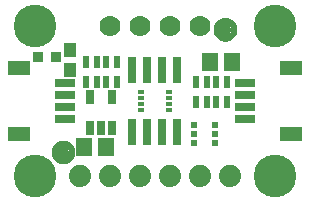
<source format=gbr>
G04 EAGLE Gerber RS-274X export*
G75*
%MOMM*%
%FSLAX34Y34*%
%LPD*%
%INSoldermask Top*%
%IPPOS*%
%AMOC8*
5,1,8,0,0,1.08239X$1,22.5*%
G01*
%ADD10R,1.341600X1.601600*%
%ADD11R,0.651600X1.301600*%
%ADD12R,0.551600X1.001600*%
%ADD13R,0.601600X0.601600*%
%ADD14R,0.601600X0.501600*%
%ADD15C,1.879600*%
%ADD16C,3.617600*%
%ADD17R,1.651600X0.701600*%
%ADD18R,1.901600X1.301600*%
%ADD19C,1.101600*%
%ADD20C,0.500000*%
%ADD21R,0.901600X0.901600*%
%ADD22C,1.778000*%
%ADD23R,0.701600X2.301600*%
%ADD24R,0.601600X0.376600*%
%ADD25R,1.101600X1.176600*%


D10*
X17170Y4445D03*
X36170Y4445D03*
D11*
X22250Y20654D03*
X31750Y20654D03*
X41250Y20654D03*
X41250Y46656D03*
X22250Y46656D03*
D10*
X123850Y76835D03*
X142850Y76835D03*
D12*
X138095Y42935D03*
X138095Y59935D03*
X129095Y42935D03*
X121095Y42935D03*
X112095Y42935D03*
X112095Y59935D03*
X129095Y59935D03*
X121095Y59935D03*
D13*
X128380Y8375D03*
D14*
X128380Y15875D03*
D13*
X128380Y23375D03*
X110380Y23375D03*
D14*
X110380Y15875D03*
D13*
X110380Y8375D03*
D15*
X13970Y-19685D03*
X39370Y-19685D03*
X64770Y-19685D03*
X90170Y-19685D03*
X115570Y-19685D03*
X140970Y-19685D03*
D16*
X-24130Y107315D03*
X179070Y107315D03*
D17*
X153930Y38815D03*
X153930Y48815D03*
X153930Y28815D03*
X153930Y58815D03*
D18*
X192930Y15815D03*
X192930Y71815D03*
D17*
X1010Y48815D03*
X1010Y38815D03*
X1010Y58815D03*
X1010Y28815D03*
D18*
X-37990Y71815D03*
X-37990Y15815D03*
D19*
X0Y0D03*
D20*
X0Y7500D02*
X-181Y7498D01*
X-362Y7491D01*
X-543Y7480D01*
X-724Y7465D01*
X-904Y7445D01*
X-1084Y7421D01*
X-1263Y7393D01*
X-1441Y7360D01*
X-1618Y7323D01*
X-1795Y7282D01*
X-1970Y7237D01*
X-2145Y7187D01*
X-2318Y7133D01*
X-2489Y7075D01*
X-2660Y7013D01*
X-2828Y6946D01*
X-2995Y6876D01*
X-3161Y6802D01*
X-3324Y6723D01*
X-3485Y6641D01*
X-3645Y6555D01*
X-3802Y6465D01*
X-3957Y6371D01*
X-4110Y6274D01*
X-4260Y6172D01*
X-4408Y6068D01*
X-4554Y5959D01*
X-4696Y5848D01*
X-4836Y5732D01*
X-4973Y5614D01*
X-5108Y5492D01*
X-5239Y5367D01*
X-5367Y5239D01*
X-5492Y5108D01*
X-5614Y4973D01*
X-5732Y4836D01*
X-5848Y4696D01*
X-5959Y4554D01*
X-6068Y4408D01*
X-6172Y4260D01*
X-6274Y4110D01*
X-6371Y3957D01*
X-6465Y3802D01*
X-6555Y3645D01*
X-6641Y3485D01*
X-6723Y3324D01*
X-6802Y3161D01*
X-6876Y2995D01*
X-6946Y2828D01*
X-7013Y2660D01*
X-7075Y2489D01*
X-7133Y2318D01*
X-7187Y2145D01*
X-7237Y1970D01*
X-7282Y1795D01*
X-7323Y1618D01*
X-7360Y1441D01*
X-7393Y1263D01*
X-7421Y1084D01*
X-7445Y904D01*
X-7465Y724D01*
X-7480Y543D01*
X-7491Y362D01*
X-7498Y181D01*
X-7500Y0D01*
X0Y7500D02*
X181Y7498D01*
X362Y7491D01*
X543Y7480D01*
X724Y7465D01*
X904Y7445D01*
X1084Y7421D01*
X1263Y7393D01*
X1441Y7360D01*
X1618Y7323D01*
X1795Y7282D01*
X1970Y7237D01*
X2145Y7187D01*
X2318Y7133D01*
X2489Y7075D01*
X2660Y7013D01*
X2828Y6946D01*
X2995Y6876D01*
X3161Y6802D01*
X3324Y6723D01*
X3485Y6641D01*
X3645Y6555D01*
X3802Y6465D01*
X3957Y6371D01*
X4110Y6274D01*
X4260Y6172D01*
X4408Y6068D01*
X4554Y5959D01*
X4696Y5848D01*
X4836Y5732D01*
X4973Y5614D01*
X5108Y5492D01*
X5239Y5367D01*
X5367Y5239D01*
X5492Y5108D01*
X5614Y4973D01*
X5732Y4836D01*
X5848Y4696D01*
X5959Y4554D01*
X6068Y4408D01*
X6172Y4260D01*
X6274Y4110D01*
X6371Y3957D01*
X6465Y3802D01*
X6555Y3645D01*
X6641Y3485D01*
X6723Y3324D01*
X6802Y3161D01*
X6876Y2995D01*
X6946Y2828D01*
X7013Y2660D01*
X7075Y2489D01*
X7133Y2318D01*
X7187Y2145D01*
X7237Y1970D01*
X7282Y1795D01*
X7323Y1618D01*
X7360Y1441D01*
X7393Y1263D01*
X7421Y1084D01*
X7445Y904D01*
X7465Y724D01*
X7480Y543D01*
X7491Y362D01*
X7498Y181D01*
X7500Y0D01*
X7498Y-181D01*
X7491Y-362D01*
X7480Y-543D01*
X7465Y-724D01*
X7445Y-904D01*
X7421Y-1084D01*
X7393Y-1263D01*
X7360Y-1441D01*
X7323Y-1618D01*
X7282Y-1795D01*
X7237Y-1970D01*
X7187Y-2145D01*
X7133Y-2318D01*
X7075Y-2489D01*
X7013Y-2660D01*
X6946Y-2828D01*
X6876Y-2995D01*
X6802Y-3161D01*
X6723Y-3324D01*
X6641Y-3485D01*
X6555Y-3645D01*
X6465Y-3802D01*
X6371Y-3957D01*
X6274Y-4110D01*
X6172Y-4260D01*
X6068Y-4408D01*
X5959Y-4554D01*
X5848Y-4696D01*
X5732Y-4836D01*
X5614Y-4973D01*
X5492Y-5108D01*
X5367Y-5239D01*
X5239Y-5367D01*
X5108Y-5492D01*
X4973Y-5614D01*
X4836Y-5732D01*
X4696Y-5848D01*
X4554Y-5959D01*
X4408Y-6068D01*
X4260Y-6172D01*
X4110Y-6274D01*
X3957Y-6371D01*
X3802Y-6465D01*
X3645Y-6555D01*
X3485Y-6641D01*
X3324Y-6723D01*
X3161Y-6802D01*
X2995Y-6876D01*
X2828Y-6946D01*
X2660Y-7013D01*
X2489Y-7075D01*
X2318Y-7133D01*
X2145Y-7187D01*
X1970Y-7237D01*
X1795Y-7282D01*
X1618Y-7323D01*
X1441Y-7360D01*
X1263Y-7393D01*
X1084Y-7421D01*
X904Y-7445D01*
X724Y-7465D01*
X543Y-7480D01*
X362Y-7491D01*
X181Y-7498D01*
X0Y-7500D01*
X-181Y-7498D01*
X-362Y-7491D01*
X-543Y-7480D01*
X-724Y-7465D01*
X-904Y-7445D01*
X-1084Y-7421D01*
X-1263Y-7393D01*
X-1441Y-7360D01*
X-1618Y-7323D01*
X-1795Y-7282D01*
X-1970Y-7237D01*
X-2145Y-7187D01*
X-2318Y-7133D01*
X-2489Y-7075D01*
X-2660Y-7013D01*
X-2828Y-6946D01*
X-2995Y-6876D01*
X-3161Y-6802D01*
X-3324Y-6723D01*
X-3485Y-6641D01*
X-3645Y-6555D01*
X-3802Y-6465D01*
X-3957Y-6371D01*
X-4110Y-6274D01*
X-4260Y-6172D01*
X-4408Y-6068D01*
X-4554Y-5959D01*
X-4696Y-5848D01*
X-4836Y-5732D01*
X-4973Y-5614D01*
X-5108Y-5492D01*
X-5239Y-5367D01*
X-5367Y-5239D01*
X-5492Y-5108D01*
X-5614Y-4973D01*
X-5732Y-4836D01*
X-5848Y-4696D01*
X-5959Y-4554D01*
X-6068Y-4408D01*
X-6172Y-4260D01*
X-6274Y-4110D01*
X-6371Y-3957D01*
X-6465Y-3802D01*
X-6555Y-3645D01*
X-6641Y-3485D01*
X-6723Y-3324D01*
X-6802Y-3161D01*
X-6876Y-2995D01*
X-6946Y-2828D01*
X-7013Y-2660D01*
X-7075Y-2489D01*
X-7133Y-2318D01*
X-7187Y-2145D01*
X-7237Y-1970D01*
X-7282Y-1795D01*
X-7323Y-1618D01*
X-7360Y-1441D01*
X-7393Y-1263D01*
X-7421Y-1084D01*
X-7445Y-904D01*
X-7465Y-724D01*
X-7480Y-543D01*
X-7491Y-362D01*
X-7498Y-181D01*
X-7500Y0D01*
D19*
X137160Y103886D03*
D20*
X137160Y111386D02*
X136979Y111384D01*
X136798Y111377D01*
X136617Y111366D01*
X136436Y111351D01*
X136256Y111331D01*
X136076Y111307D01*
X135897Y111279D01*
X135719Y111246D01*
X135542Y111209D01*
X135365Y111168D01*
X135190Y111123D01*
X135015Y111073D01*
X134842Y111019D01*
X134671Y110961D01*
X134500Y110899D01*
X134332Y110832D01*
X134165Y110762D01*
X133999Y110688D01*
X133836Y110609D01*
X133675Y110527D01*
X133515Y110441D01*
X133358Y110351D01*
X133203Y110257D01*
X133050Y110160D01*
X132900Y110058D01*
X132752Y109954D01*
X132606Y109845D01*
X132464Y109734D01*
X132324Y109618D01*
X132187Y109500D01*
X132052Y109378D01*
X131921Y109253D01*
X131793Y109125D01*
X131668Y108994D01*
X131546Y108859D01*
X131428Y108722D01*
X131312Y108582D01*
X131201Y108440D01*
X131092Y108294D01*
X130988Y108146D01*
X130886Y107996D01*
X130789Y107843D01*
X130695Y107688D01*
X130605Y107531D01*
X130519Y107371D01*
X130437Y107210D01*
X130358Y107047D01*
X130284Y106881D01*
X130214Y106714D01*
X130147Y106546D01*
X130085Y106375D01*
X130027Y106204D01*
X129973Y106031D01*
X129923Y105856D01*
X129878Y105681D01*
X129837Y105504D01*
X129800Y105327D01*
X129767Y105149D01*
X129739Y104970D01*
X129715Y104790D01*
X129695Y104610D01*
X129680Y104429D01*
X129669Y104248D01*
X129662Y104067D01*
X129660Y103886D01*
X137160Y111386D02*
X137341Y111384D01*
X137522Y111377D01*
X137703Y111366D01*
X137884Y111351D01*
X138064Y111331D01*
X138244Y111307D01*
X138423Y111279D01*
X138601Y111246D01*
X138778Y111209D01*
X138955Y111168D01*
X139130Y111123D01*
X139305Y111073D01*
X139478Y111019D01*
X139649Y110961D01*
X139820Y110899D01*
X139988Y110832D01*
X140155Y110762D01*
X140321Y110688D01*
X140484Y110609D01*
X140645Y110527D01*
X140805Y110441D01*
X140962Y110351D01*
X141117Y110257D01*
X141270Y110160D01*
X141420Y110058D01*
X141568Y109954D01*
X141714Y109845D01*
X141856Y109734D01*
X141996Y109618D01*
X142133Y109500D01*
X142268Y109378D01*
X142399Y109253D01*
X142527Y109125D01*
X142652Y108994D01*
X142774Y108859D01*
X142892Y108722D01*
X143008Y108582D01*
X143119Y108440D01*
X143228Y108294D01*
X143332Y108146D01*
X143434Y107996D01*
X143531Y107843D01*
X143625Y107688D01*
X143715Y107531D01*
X143801Y107371D01*
X143883Y107210D01*
X143962Y107047D01*
X144036Y106881D01*
X144106Y106714D01*
X144173Y106546D01*
X144235Y106375D01*
X144293Y106204D01*
X144347Y106031D01*
X144397Y105856D01*
X144442Y105681D01*
X144483Y105504D01*
X144520Y105327D01*
X144553Y105149D01*
X144581Y104970D01*
X144605Y104790D01*
X144625Y104610D01*
X144640Y104429D01*
X144651Y104248D01*
X144658Y104067D01*
X144660Y103886D01*
X144658Y103705D01*
X144651Y103524D01*
X144640Y103343D01*
X144625Y103162D01*
X144605Y102982D01*
X144581Y102802D01*
X144553Y102623D01*
X144520Y102445D01*
X144483Y102268D01*
X144442Y102091D01*
X144397Y101916D01*
X144347Y101741D01*
X144293Y101568D01*
X144235Y101397D01*
X144173Y101226D01*
X144106Y101058D01*
X144036Y100891D01*
X143962Y100725D01*
X143883Y100562D01*
X143801Y100401D01*
X143715Y100241D01*
X143625Y100084D01*
X143531Y99929D01*
X143434Y99776D01*
X143332Y99626D01*
X143228Y99478D01*
X143119Y99332D01*
X143008Y99190D01*
X142892Y99050D01*
X142774Y98913D01*
X142652Y98778D01*
X142527Y98647D01*
X142399Y98519D01*
X142268Y98394D01*
X142133Y98272D01*
X141996Y98154D01*
X141856Y98038D01*
X141714Y97927D01*
X141568Y97818D01*
X141420Y97714D01*
X141270Y97612D01*
X141117Y97515D01*
X140962Y97421D01*
X140805Y97331D01*
X140645Y97245D01*
X140484Y97163D01*
X140321Y97084D01*
X140155Y97010D01*
X139988Y96940D01*
X139820Y96873D01*
X139649Y96811D01*
X139478Y96753D01*
X139305Y96699D01*
X139130Y96649D01*
X138955Y96604D01*
X138778Y96563D01*
X138601Y96526D01*
X138423Y96493D01*
X138244Y96465D01*
X138064Y96441D01*
X137884Y96421D01*
X137703Y96406D01*
X137522Y96395D01*
X137341Y96388D01*
X137160Y96386D01*
X136979Y96388D01*
X136798Y96395D01*
X136617Y96406D01*
X136436Y96421D01*
X136256Y96441D01*
X136076Y96465D01*
X135897Y96493D01*
X135719Y96526D01*
X135542Y96563D01*
X135365Y96604D01*
X135190Y96649D01*
X135015Y96699D01*
X134842Y96753D01*
X134671Y96811D01*
X134500Y96873D01*
X134332Y96940D01*
X134165Y97010D01*
X133999Y97084D01*
X133836Y97163D01*
X133675Y97245D01*
X133515Y97331D01*
X133358Y97421D01*
X133203Y97515D01*
X133050Y97612D01*
X132900Y97714D01*
X132752Y97818D01*
X132606Y97927D01*
X132464Y98038D01*
X132324Y98154D01*
X132187Y98272D01*
X132052Y98394D01*
X131921Y98519D01*
X131793Y98647D01*
X131668Y98778D01*
X131546Y98913D01*
X131428Y99050D01*
X131312Y99190D01*
X131201Y99332D01*
X131092Y99478D01*
X130988Y99626D01*
X130886Y99776D01*
X130789Y99929D01*
X130695Y100084D01*
X130605Y100241D01*
X130519Y100401D01*
X130437Y100562D01*
X130358Y100725D01*
X130284Y100891D01*
X130214Y101058D01*
X130147Y101226D01*
X130085Y101397D01*
X130027Y101568D01*
X129973Y101741D01*
X129923Y101916D01*
X129878Y102091D01*
X129837Y102268D01*
X129800Y102445D01*
X129767Y102623D01*
X129739Y102802D01*
X129715Y102982D01*
X129695Y103162D01*
X129680Y103343D01*
X129669Y103524D01*
X129662Y103705D01*
X129660Y103886D01*
D16*
X-24130Y-19685D03*
X179070Y-19685D03*
D21*
X-21470Y80645D03*
X-6470Y80645D03*
D12*
X45385Y59445D03*
X45385Y76445D03*
X36385Y59445D03*
X28385Y59445D03*
X19385Y59445D03*
X19385Y76445D03*
X36385Y76445D03*
X28385Y76445D03*
D22*
X39370Y107315D03*
X64770Y107315D03*
X90170Y107315D03*
X115570Y107315D03*
D23*
X83820Y69815D03*
X83820Y17815D03*
X96520Y69815D03*
X71120Y69815D03*
X58420Y69815D03*
X96520Y17815D03*
X71120Y17815D03*
X58420Y17815D03*
D24*
X89470Y36315D03*
X89470Y41315D03*
X89470Y46315D03*
X89470Y51315D03*
X65470Y36315D03*
X65470Y41315D03*
X65470Y46315D03*
X65470Y51315D03*
D25*
X5715Y87240D03*
X5715Y70240D03*
M02*

</source>
